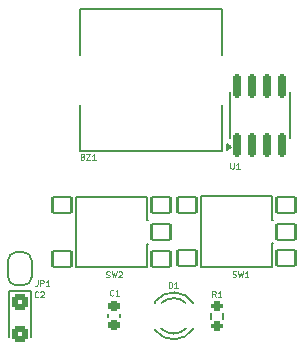
<source format=gbr>
G04 #@! TF.GenerationSoftware,KiCad,Pcbnew,7.0.11-7.0.11~ubuntu22.04.1*
G04 #@! TF.CreationDate,2024-04-10T19:00:30+01:00*
G04 #@! TF.ProjectId,KitchenTimer,4b697463-6865-46e5-9469-6d65722e6b69,rev?*
G04 #@! TF.SameCoordinates,PX44794c0PY22243c0*
G04 #@! TF.FileFunction,Legend,Top*
G04 #@! TF.FilePolarity,Positive*
%FSLAX45Y45*%
G04 Gerber Fmt 4.5, Leading zero omitted, Abs format (unit mm)*
G04 Created by KiCad (PCBNEW 7.0.11-7.0.11~ubuntu22.04.1) date 2024-04-10 19:00:30*
%MOMM*%
%LPD*%
G01*
G04 APERTURE LIST*
G04 Aperture macros list*
%AMRoundRect*
0 Rectangle with rounded corners*
0 $1 Rounding radius*
0 $2 $3 $4 $5 $6 $7 $8 $9 X,Y pos of 4 corners*
0 Add a 4 corners polygon primitive as box body*
4,1,4,$2,$3,$4,$5,$6,$7,$8,$9,$2,$3,0*
0 Add four circle primitives for the rounded corners*
1,1,$1+$1,$2,$3*
1,1,$1+$1,$4,$5*
1,1,$1+$1,$6,$7*
1,1,$1+$1,$8,$9*
0 Add four rect primitives between the rounded corners*
20,1,$1+$1,$2,$3,$4,$5,0*
20,1,$1+$1,$4,$5,$6,$7,0*
20,1,$1+$1,$6,$7,$8,$9,0*
20,1,$1+$1,$8,$9,$2,$3,0*%
%AMFreePoly0*
4,1,19,0.500000,-0.750000,0.000000,-0.750000,0.000000,-0.744911,-0.071157,-0.744911,-0.207708,-0.704816,-0.327430,-0.627875,-0.420627,-0.520320,-0.479746,-0.390866,-0.500000,-0.250000,-0.500000,0.250000,-0.479746,0.390866,-0.420627,0.520320,-0.327430,0.627875,-0.207708,0.704816,-0.071157,0.744911,0.000000,0.744911,0.000000,0.750000,0.500000,0.750000,0.500000,-0.750000,0.500000,-0.750000,
$1*%
%AMFreePoly1*
4,1,19,0.000000,0.744911,0.071157,0.744911,0.207708,0.704816,0.327430,0.627875,0.420627,0.520320,0.479746,0.390866,0.500000,0.250000,0.500000,-0.250000,0.479746,-0.390866,0.420627,-0.520320,0.327430,-0.627875,0.207708,-0.704816,0.071157,-0.744911,0.000000,-0.744911,0.000000,-0.750000,-0.500000,-0.750000,-0.500000,0.750000,0.000000,0.750000,0.000000,0.744911,0.000000,0.744911,
$1*%
G04 Aperture macros list end*
%ADD10C,0.125000*%
%ADD11C,0.150000*%
%ADD12RoundRect,0.102000X0.800000X0.700000X-0.800000X0.700000X-0.800000X-0.700000X0.800000X-0.700000X0*%
%ADD13C,1.000000*%
%ADD14FreePoly0,270.000000*%
%ADD15FreePoly1,270.000000*%
%ADD16R,1.800000X1.800000*%
%ADD17C,1.800000*%
%ADD18RoundRect,0.200000X0.275000X-0.200000X0.275000X0.200000X-0.275000X0.200000X-0.275000X-0.200000X0*%
%ADD19RoundRect,0.225000X0.250000X-0.225000X0.250000X0.225000X-0.250000X0.225000X-0.250000X-0.225000X0*%
%ADD20C,2.200000*%
%ADD21RoundRect,0.250000X-0.425000X0.450000X-0.425000X-0.450000X0.425000X-0.450000X0.425000X0.450000X0*%
%ADD22R,1.500000X4.000000*%
%ADD23RoundRect,0.150000X0.150000X-0.825000X0.150000X0.825000X-0.150000X0.825000X-0.150000X-0.825000X0*%
%ADD24RoundRect,0.250000X0.625000X-0.350000X0.625000X0.350000X-0.625000X0.350000X-0.625000X-0.350000X0*%
%ADD25O,1.750000X1.200000*%
%ADD26C,0.500000*%
G04 APERTURE END LIST*
D10*
X1950333Y-2297100D02*
X1957476Y-2299481D01*
X1957476Y-2299481D02*
X1969381Y-2299481D01*
X1969381Y-2299481D02*
X1974143Y-2297100D01*
X1974143Y-2297100D02*
X1976524Y-2294719D01*
X1976524Y-2294719D02*
X1978905Y-2289957D01*
X1978905Y-2289957D02*
X1978905Y-2285195D01*
X1978905Y-2285195D02*
X1976524Y-2280433D01*
X1976524Y-2280433D02*
X1974143Y-2278052D01*
X1974143Y-2278052D02*
X1969381Y-2275671D01*
X1969381Y-2275671D02*
X1959857Y-2273290D01*
X1959857Y-2273290D02*
X1955095Y-2270910D01*
X1955095Y-2270910D02*
X1952714Y-2268529D01*
X1952714Y-2268529D02*
X1950333Y-2263767D01*
X1950333Y-2263767D02*
X1950333Y-2259005D01*
X1950333Y-2259005D02*
X1952714Y-2254243D01*
X1952714Y-2254243D02*
X1955095Y-2251862D01*
X1955095Y-2251862D02*
X1959857Y-2249481D01*
X1959857Y-2249481D02*
X1971762Y-2249481D01*
X1971762Y-2249481D02*
X1978905Y-2251862D01*
X1995571Y-2249481D02*
X2007476Y-2299481D01*
X2007476Y-2299481D02*
X2017000Y-2263767D01*
X2017000Y-2263767D02*
X2026524Y-2299481D01*
X2026524Y-2299481D02*
X2038429Y-2249481D01*
X2083667Y-2299481D02*
X2055095Y-2299481D01*
X2069381Y-2299481D02*
X2069381Y-2249481D01*
X2069381Y-2249481D02*
X2064619Y-2256624D01*
X2064619Y-2256624D02*
X2059857Y-2261386D01*
X2059857Y-2261386D02*
X2055095Y-2263767D01*
X298333Y-2325481D02*
X298333Y-2361195D01*
X298333Y-2361195D02*
X295952Y-2368338D01*
X295952Y-2368338D02*
X291191Y-2373100D01*
X291191Y-2373100D02*
X284048Y-2375481D01*
X284048Y-2375481D02*
X279286Y-2375481D01*
X322143Y-2375481D02*
X322143Y-2325481D01*
X322143Y-2325481D02*
X341190Y-2325481D01*
X341190Y-2325481D02*
X345952Y-2327862D01*
X345952Y-2327862D02*
X348333Y-2330243D01*
X348333Y-2330243D02*
X350714Y-2335005D01*
X350714Y-2335005D02*
X350714Y-2342148D01*
X350714Y-2342148D02*
X348333Y-2346910D01*
X348333Y-2346910D02*
X345952Y-2349290D01*
X345952Y-2349290D02*
X341190Y-2351671D01*
X341190Y-2351671D02*
X322143Y-2351671D01*
X398333Y-2375481D02*
X369762Y-2375481D01*
X384048Y-2375481D02*
X384048Y-2325481D01*
X384048Y-2325481D02*
X379286Y-2332624D01*
X379286Y-2332624D02*
X374524Y-2337386D01*
X374524Y-2337386D02*
X369762Y-2339767D01*
X1410095Y-2391481D02*
X1410095Y-2341481D01*
X1410095Y-2341481D02*
X1422000Y-2341481D01*
X1422000Y-2341481D02*
X1429143Y-2343862D01*
X1429143Y-2343862D02*
X1433905Y-2348624D01*
X1433905Y-2348624D02*
X1436286Y-2353386D01*
X1436286Y-2353386D02*
X1438667Y-2362910D01*
X1438667Y-2362910D02*
X1438667Y-2370052D01*
X1438667Y-2370052D02*
X1436286Y-2379576D01*
X1436286Y-2379576D02*
X1433905Y-2384338D01*
X1433905Y-2384338D02*
X1429143Y-2389100D01*
X1429143Y-2389100D02*
X1422000Y-2391481D01*
X1422000Y-2391481D02*
X1410095Y-2391481D01*
X1486286Y-2391481D02*
X1457714Y-2391481D01*
X1472000Y-2391481D02*
X1472000Y-2341481D01*
X1472000Y-2341481D02*
X1467238Y-2348624D01*
X1467238Y-2348624D02*
X1462476Y-2353386D01*
X1462476Y-2353386D02*
X1457714Y-2355767D01*
X1806667Y-2468481D02*
X1790000Y-2444671D01*
X1778095Y-2468481D02*
X1778095Y-2418481D01*
X1778095Y-2418481D02*
X1797143Y-2418481D01*
X1797143Y-2418481D02*
X1801905Y-2420862D01*
X1801905Y-2420862D02*
X1804286Y-2423243D01*
X1804286Y-2423243D02*
X1806667Y-2428005D01*
X1806667Y-2428005D02*
X1806667Y-2435148D01*
X1806667Y-2435148D02*
X1804286Y-2439910D01*
X1804286Y-2439910D02*
X1801905Y-2442290D01*
X1801905Y-2442290D02*
X1797143Y-2444671D01*
X1797143Y-2444671D02*
X1778095Y-2444671D01*
X1854286Y-2468481D02*
X1825714Y-2468481D01*
X1840000Y-2468481D02*
X1840000Y-2418481D01*
X1840000Y-2418481D02*
X1835238Y-2425624D01*
X1835238Y-2425624D02*
X1830476Y-2430386D01*
X1830476Y-2430386D02*
X1825714Y-2432767D01*
X939667Y-2452719D02*
X937286Y-2455100D01*
X937286Y-2455100D02*
X930143Y-2457481D01*
X930143Y-2457481D02*
X925381Y-2457481D01*
X925381Y-2457481D02*
X918238Y-2455100D01*
X918238Y-2455100D02*
X913476Y-2450338D01*
X913476Y-2450338D02*
X911095Y-2445576D01*
X911095Y-2445576D02*
X908714Y-2436052D01*
X908714Y-2436052D02*
X908714Y-2428910D01*
X908714Y-2428910D02*
X911095Y-2419386D01*
X911095Y-2419386D02*
X913476Y-2414624D01*
X913476Y-2414624D02*
X918238Y-2409862D01*
X918238Y-2409862D02*
X925381Y-2407481D01*
X925381Y-2407481D02*
X930143Y-2407481D01*
X930143Y-2407481D02*
X937286Y-2409862D01*
X937286Y-2409862D02*
X939667Y-2412243D01*
X987286Y-2457481D02*
X958714Y-2457481D01*
X973000Y-2457481D02*
X973000Y-2407481D01*
X973000Y-2407481D02*
X968238Y-2414624D01*
X968238Y-2414624D02*
X963476Y-2419386D01*
X963476Y-2419386D02*
X958714Y-2421767D01*
X303667Y-2466719D02*
X301286Y-2469100D01*
X301286Y-2469100D02*
X294143Y-2471481D01*
X294143Y-2471481D02*
X289381Y-2471481D01*
X289381Y-2471481D02*
X282238Y-2469100D01*
X282238Y-2469100D02*
X277476Y-2464338D01*
X277476Y-2464338D02*
X275095Y-2459576D01*
X275095Y-2459576D02*
X272714Y-2450052D01*
X272714Y-2450052D02*
X272714Y-2442910D01*
X272714Y-2442910D02*
X275095Y-2433386D01*
X275095Y-2433386D02*
X277476Y-2428624D01*
X277476Y-2428624D02*
X282238Y-2423862D01*
X282238Y-2423862D02*
X289381Y-2421481D01*
X289381Y-2421481D02*
X294143Y-2421481D01*
X294143Y-2421481D02*
X301286Y-2423862D01*
X301286Y-2423862D02*
X303667Y-2426243D01*
X322714Y-2426243D02*
X325095Y-2423862D01*
X325095Y-2423862D02*
X329857Y-2421481D01*
X329857Y-2421481D02*
X341762Y-2421481D01*
X341762Y-2421481D02*
X346524Y-2423862D01*
X346524Y-2423862D02*
X348905Y-2426243D01*
X348905Y-2426243D02*
X351286Y-2431005D01*
X351286Y-2431005D02*
X351286Y-2435767D01*
X351286Y-2435767D02*
X348905Y-2442910D01*
X348905Y-2442910D02*
X320333Y-2471481D01*
X320333Y-2471481D02*
X351286Y-2471481D01*
X681952Y-1280290D02*
X689095Y-1282671D01*
X689095Y-1282671D02*
X691476Y-1285052D01*
X691476Y-1285052D02*
X693857Y-1289814D01*
X693857Y-1289814D02*
X693857Y-1296957D01*
X693857Y-1296957D02*
X691476Y-1301719D01*
X691476Y-1301719D02*
X689095Y-1304100D01*
X689095Y-1304100D02*
X684333Y-1306481D01*
X684333Y-1306481D02*
X665286Y-1306481D01*
X665286Y-1306481D02*
X665286Y-1256481D01*
X665286Y-1256481D02*
X681952Y-1256481D01*
X681952Y-1256481D02*
X686714Y-1258862D01*
X686714Y-1258862D02*
X689095Y-1261243D01*
X689095Y-1261243D02*
X691476Y-1266005D01*
X691476Y-1266005D02*
X691476Y-1270767D01*
X691476Y-1270767D02*
X689095Y-1275529D01*
X689095Y-1275529D02*
X686714Y-1277910D01*
X686714Y-1277910D02*
X681952Y-1280290D01*
X681952Y-1280290D02*
X665286Y-1280290D01*
X710524Y-1256481D02*
X743857Y-1256481D01*
X743857Y-1256481D02*
X710524Y-1306481D01*
X710524Y-1306481D02*
X743857Y-1306481D01*
X789095Y-1306481D02*
X760524Y-1306481D01*
X774809Y-1306481D02*
X774809Y-1256481D01*
X774809Y-1256481D02*
X770048Y-1263624D01*
X770048Y-1263624D02*
X765286Y-1268386D01*
X765286Y-1268386D02*
X760524Y-1270767D01*
X879333Y-2300100D02*
X886476Y-2302481D01*
X886476Y-2302481D02*
X898381Y-2302481D01*
X898381Y-2302481D02*
X903143Y-2300100D01*
X903143Y-2300100D02*
X905524Y-2297719D01*
X905524Y-2297719D02*
X907905Y-2292957D01*
X907905Y-2292957D02*
X907905Y-2288195D01*
X907905Y-2288195D02*
X905524Y-2283433D01*
X905524Y-2283433D02*
X903143Y-2281052D01*
X903143Y-2281052D02*
X898381Y-2278671D01*
X898381Y-2278671D02*
X888857Y-2276290D01*
X888857Y-2276290D02*
X884095Y-2273910D01*
X884095Y-2273910D02*
X881714Y-2271529D01*
X881714Y-2271529D02*
X879333Y-2266767D01*
X879333Y-2266767D02*
X879333Y-2262005D01*
X879333Y-2262005D02*
X881714Y-2257243D01*
X881714Y-2257243D02*
X884095Y-2254862D01*
X884095Y-2254862D02*
X888857Y-2252481D01*
X888857Y-2252481D02*
X900762Y-2252481D01*
X900762Y-2252481D02*
X907905Y-2254862D01*
X924571Y-2252481D02*
X936476Y-2302481D01*
X936476Y-2302481D02*
X946000Y-2266767D01*
X946000Y-2266767D02*
X955524Y-2302481D01*
X955524Y-2302481D02*
X967429Y-2252481D01*
X984095Y-2257243D02*
X986476Y-2254862D01*
X986476Y-2254862D02*
X991238Y-2252481D01*
X991238Y-2252481D02*
X1003143Y-2252481D01*
X1003143Y-2252481D02*
X1007905Y-2254862D01*
X1007905Y-2254862D02*
X1010286Y-2257243D01*
X1010286Y-2257243D02*
X1012667Y-2262005D01*
X1012667Y-2262005D02*
X1012667Y-2266767D01*
X1012667Y-2266767D02*
X1010286Y-2273910D01*
X1010286Y-2273910D02*
X981714Y-2302481D01*
X981714Y-2302481D02*
X1012667Y-2302481D01*
X1931905Y-1332481D02*
X1931905Y-1372957D01*
X1931905Y-1372957D02*
X1934286Y-1377719D01*
X1934286Y-1377719D02*
X1936667Y-1380100D01*
X1936667Y-1380100D02*
X1941428Y-1382481D01*
X1941428Y-1382481D02*
X1950952Y-1382481D01*
X1950952Y-1382481D02*
X1955714Y-1380100D01*
X1955714Y-1380100D02*
X1958095Y-1377719D01*
X1958095Y-1377719D02*
X1960476Y-1372957D01*
X1960476Y-1372957D02*
X1960476Y-1332481D01*
X2010476Y-1382481D02*
X1981905Y-1382481D01*
X1996190Y-1382481D02*
X1996190Y-1332481D01*
X1996190Y-1332481D02*
X1991429Y-1339624D01*
X1991429Y-1339624D02*
X1986667Y-1344386D01*
X1986667Y-1344386D02*
X1981905Y-1346767D01*
D11*
X2282500Y-2215000D02*
X2282500Y-2015000D01*
X2282500Y-2015000D02*
X2292500Y-2015000D01*
X2282500Y-1815000D02*
X2292500Y-1815000D01*
X2282500Y-1815000D02*
X2282500Y-1615000D01*
X2282500Y-1615000D02*
X1682500Y-1615000D01*
X1682500Y-2215000D02*
X2282500Y-2215000D01*
X1682500Y-1615000D02*
X1682500Y-2215000D01*
X118000Y-2089000D02*
X178000Y-2089000D01*
X248000Y-2159000D02*
X248000Y-2299000D01*
X48000Y-2299000D02*
X48000Y-2159000D01*
X178000Y-2369000D02*
X118000Y-2369000D01*
X248000Y-2159000D02*
G75*
G03*
X178000Y-2089000I-70000J0D01*
G01*
X118000Y-2089000D02*
G75*
G03*
X48000Y-2159000I0J-70000D01*
G01*
X178000Y-2369000D02*
G75*
G03*
X248000Y-2299000I0J70000D01*
G01*
X48000Y-2299000D02*
G75*
G03*
X118000Y-2369000I70000J0D01*
G01*
X1294000Y-2504400D02*
X1294000Y-2520000D01*
X1294000Y-2736000D02*
X1294000Y-2751600D01*
X1617233Y-2520139D02*
G75*
G03*
X1294000Y-2504449I-167233J-107861D01*
G01*
X1554113Y-2520016D02*
G75*
G03*
X1345904Y-2520000I-104113J-107984D01*
G01*
X1345904Y-2736000D02*
G75*
G03*
X1554113Y-2735984I104096J108000D01*
G01*
X1294000Y-2751552D02*
G75*
G03*
X1617233Y-2735861I156000J123552D01*
G01*
X1763750Y-2651726D02*
X1763750Y-2604274D01*
X1868250Y-2651726D02*
X1868250Y-2604274D01*
X894000Y-2639558D02*
X894000Y-2611442D01*
X996000Y-2639558D02*
X996000Y-2611442D01*
X241500Y-2415000D02*
X54500Y-2415000D01*
X54500Y-2415000D02*
X54500Y-2806000D01*
X241500Y-2806000D02*
X241500Y-2415000D01*
X1860000Y-1230000D02*
X660000Y-1230000D01*
X1860000Y-842500D02*
X1860000Y-1230000D01*
X1860000Y-30000D02*
X1860000Y-417500D01*
X660000Y-1230000D02*
X660000Y-842500D01*
X660000Y-417500D02*
X660000Y-30000D01*
X660000Y-30000D02*
X1860000Y-30000D01*
X1224500Y-2218000D02*
X1224500Y-2018000D01*
X1224500Y-2018000D02*
X1234500Y-2018000D01*
X1224500Y-1818000D02*
X1234500Y-1818000D01*
X1224500Y-1818000D02*
X1224500Y-1618000D01*
X1224500Y-1618000D02*
X624500Y-1618000D01*
X624500Y-2218000D02*
X1224500Y-2218000D01*
X624500Y-1618000D02*
X624500Y-2218000D01*
X1924000Y-930000D02*
X1924000Y-1125000D01*
X1924000Y-930000D02*
X1924000Y-735000D01*
X2436000Y-930000D02*
X2436000Y-1125000D01*
X2436000Y-930000D02*
X2436000Y-735000D01*
X1933500Y-1200000D02*
X1900500Y-1224000D01*
X1900500Y-1176000D01*
X1933500Y-1200000D01*
G36*
X1933500Y-1200000D02*
G01*
X1900500Y-1224000D01*
X1900500Y-1176000D01*
X1933500Y-1200000D01*
G37*
%LPC*%
D12*
X2402500Y-2140000D03*
X2402500Y-1690000D03*
X1562500Y-2140000D03*
X1562500Y-1690000D03*
X2402500Y-1915000D03*
D13*
X924500Y-1918000D03*
D14*
X148000Y-2164000D03*
D15*
X148000Y-2294000D03*
D16*
X1323000Y-2628000D03*
D17*
X1577000Y-2628000D03*
D18*
X1816000Y-2710500D03*
X1816000Y-2545500D03*
D13*
X1982500Y-1915000D03*
D19*
X945000Y-2703000D03*
X945000Y-2548000D03*
D20*
X575000Y-2625000D03*
D21*
X148000Y-2511000D03*
X148000Y-2781000D03*
D22*
X1790000Y-630000D03*
X735000Y-630000D03*
D12*
X1344500Y-2143000D03*
X1344500Y-1693000D03*
X504500Y-2143000D03*
X504500Y-1693000D03*
X1344500Y-1918000D03*
D23*
X1989500Y-1177500D03*
X2116500Y-1177500D03*
X2243500Y-1177500D03*
X2370500Y-1177500D03*
X2370500Y-682500D03*
X2243500Y-682500D03*
X2116500Y-682500D03*
X1989500Y-682500D03*
D20*
X2325000Y-275000D03*
D24*
X2668000Y-1578000D03*
D25*
X2668000Y-1378000D03*
X2668000Y-1178000D03*
X2668000Y-978000D03*
X2668000Y-778000D03*
D17*
X150000Y-950000D03*
X150000Y-1950000D03*
X1670000Y-1450000D03*
D26*
X1148000Y-2143000D03*
X284000Y-2783000D03*
X875000Y-630000D03*
X944000Y-2818000D03*
X2212000Y-2140000D03*
X2243500Y-1318000D03*
X2118000Y-2408000D03*
X2116500Y-1319000D03*
%LPD*%
M02*

</source>
